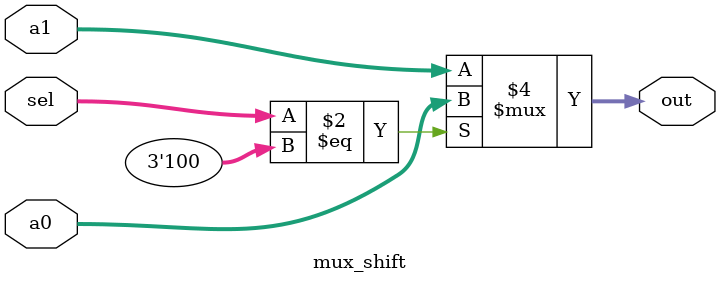
<source format=sv>
module instruc_decoder(instruc_reg, nsel, opcode, op, cond, ALUop, shift, 
                      sximm5, sximm8, readnum, writenum);

  input [15:0] instruc_reg;
  input [2:0] nsel;
  output [2:0] opcode;
  output [1:0] op;
  output [2:0] cond;
  output [1:0] ALUop;
  output [1:0] shift;
  output [15:0] sximm5;
  output [15:0] sximm8;
  output [2:0] readnum, writenum;

  // Intermediate wires
  wire [4:0] imm5;
  wire [7:0] imm8;
  // Mux wires
  wire [10:8] Rn;
  wire [7:5] Rd;
  wire [2:0] Rm;
  assign Rn = instruc_reg[10:8];
  assign Rd = instruc_reg[7:5];
  assign Rm = instruc_reg[2:0];


  // assign opcode to [15:13] of input
  assign opcode = instruc_reg[15:13];

  // assign op to [12:11] of input
  assign op = instruc_reg[12:11];

  // assign cond to [10:8] of input
  assign cond = instruc_reg[10:8];

  // assign ALUop to [12:11] of input
  assign ALUop =  instruc_reg[12:11];

  // assign imm5 to [4:0] of input
  assign imm5 = instruc_reg[4:0];
  // sign extend the imm5 wire: copy the MSB to the rest of the wires to extend from 5 bit -> 16 bit
  assign sximm5 = {{11{imm5[4]}}, imm5};

  // imm8 -> same as imm5
  assign imm8 = instruc_reg[7:0];
  assign sximm8 = {{8{imm8[7]}}, imm8};

  //0123456789_10_11_12_13_14_15 -> 0123456777777777
  wire [1:0] mux_out;
  mux_shift STR_shift(.a0(2'b00), .a1(instruc_reg[4:3]), .sel(opcode), .out(mux_out));
  assign shift = mux_out;

  // Mux
  logic [2:0] mux_output; // value assigned to read and writenum

  always_comb begin
    case(nsel)
      3'b001: begin
      mux_output = Rn;
      end

      3'b010: begin
      mux_output = Rd;
      end

      3'b100: begin
      mux_output = Rm;
      end

      default: begin
      mux_output = 3'b000; // I'm assuming nsel should always be valid and... not this
      end
    endcase
  end

  assign readnum = mux_output;
  assign writenum = mux_output;

endmodule

module mux_shift (a0,a1,sel,out);
  input [1:0] a0,a1;
  output reg [1:0] out;
  input [2:0] sel;

  always_comb begin
    if (sel == 3'b100) begin
      out = a0;
    end

    else begin
      out = a1;
    end
  end
endmodule
</source>
